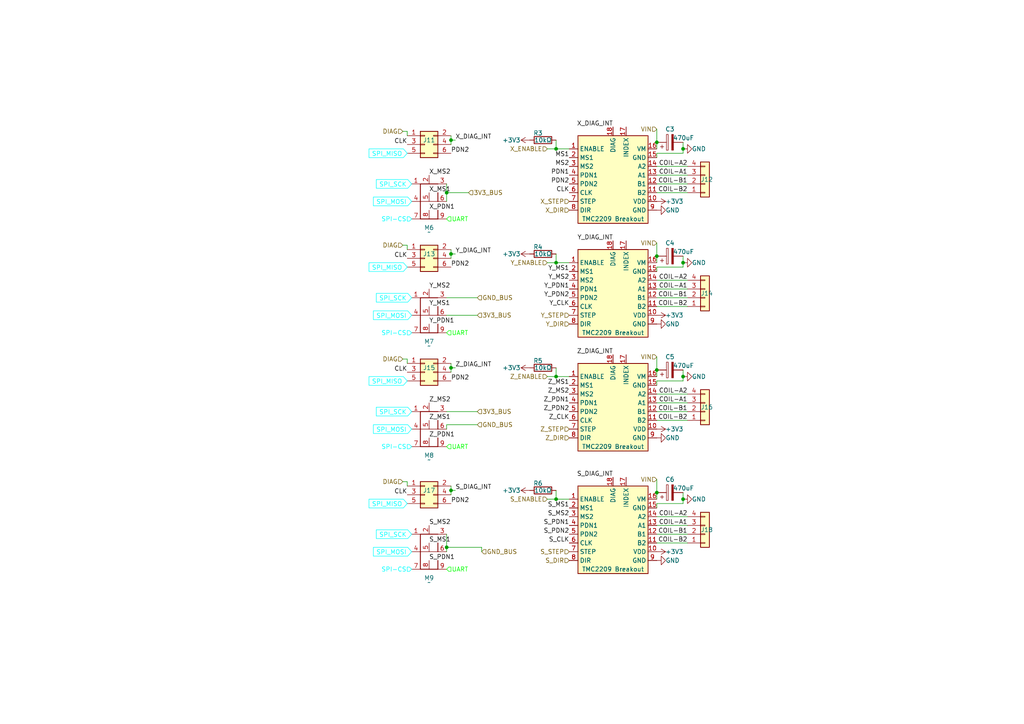
<source format=kicad_sch>
(kicad_sch (version 20250114) (generator "eeschema") (generator_version "9.0")
  (paper "A4")
  (lib_symbols
    (symbol "Connector_Generic:Conn_01x04" (pin_names (offset 1.016) (hide yes))
      (property "Reference" "J" (at 0 5.08 0))
      (property "Value" "Conn_01x04" (at 0 -7.62 0))
      (symbol "Conn_01x04_1_1"
        (rectangle (start -1.27 3.81) (end 1.27 -6.35) (stroke (width 0.254)) (fill (type background)))
        (rectangle (start -1.27 2.667) (end 0 2.413) (stroke (width 0.1524)))
        (rectangle (start -1.27 0.127) (end 0 -0.127) (stroke (width 0.1524)))
        (rectangle (start -1.27 -2.413) (end 0 -2.667) (stroke (width 0.1524)))
        (rectangle (start -1.27 -4.953) (end 0 -5.207) (stroke (width 0.1524)))
        (pin passive line (at -5.08 2.54 0) (length 3.81) (name "Pin_1") (number "1"))
        (pin passive line (at -5.08 0 0) (length 3.81) (name "Pin_2") (number "2"))
        (pin passive line (at -5.08 -2.54 0) (length 3.81) (name "Pin_3") (number "3"))
        (pin passive line (at -5.08 -5.08 0) (length 3.81) (name "Pin_4") (number "4"))
      )
    )
    (symbol "Connector_Generic:Conn_02x03_Odd_Even" (pin_names (offset 1.016) (hide yes))
      (property "Reference" "J" (at 1.27 5.08 0))
      (property "Value" "Conn_02x03_Odd_Even" (at 1.27 -5.08 0))
      (symbol "Conn_02x03_Odd_Even_1_1"
        (rectangle (start -1.27 3.81) (end 3.81 -3.81) (stroke (width 0.254)) (fill (type background)))
        (rectangle (start -1.27 2.667) (end 0 2.413) (stroke (width 0.1524)))
        (rectangle (start -1.27 0.127) (end 0 -0.127) (stroke (width 0.1524)))
        (rectangle (start -1.27 -2.413) (end 0 -2.667) (stroke (width 0.1524)))
        (rectangle (start 3.81 2.667) (end 2.54 2.413) (stroke (width 0.1524)))
        (rectangle (start 3.81 0.127) (end 2.54 -0.127) (stroke (width 0.1524)))
        (rectangle (start 3.81 -2.413) (end 2.54 -2.667) (stroke (width 0.1524)))
        (pin passive line (at -5.08 2.54 0) (length 3.81) (name "Pin_1") (number "1"))
        (pin passive line (at -5.08 0 0) (length 3.81) (name "Pin_3") (number "3"))
        (pin passive line (at -5.08 -2.54 0) (length 3.81) (name "Pin_5") (number "5"))
        (pin passive line (at 7.62 2.54 180) (length 3.81) (name "Pin_2") (number "2"))
        (pin passive line (at 7.62 0 180) (length 3.81) (name "Pin_4") (number "4"))
        (pin passive line (at 7.62 -2.54 180) (length 3.81) (name "Pin_6") (number "6"))
      )
    )
    (symbol "CustomSymbols:3x9_Pin_Connector"
      (property "Reference" "M" (at 0 0 0))
      (symbol "3x9_Pin_Connector_0_1"
        (polyline (pts (xy -2.54 6.35) (xy 2.54 6.35)))
      )
      (symbol "3x9_Pin_Connector_1_1"
        (polyline (pts (xy 2.54 6.35) (xy 2.54 8.89)) (stroke (width 0.254)))
        (polyline (pts (xy 2.54 1.27) (xy 2.54 3.81)) (stroke (width 0.254)))
        (polyline (pts (xy 2.54 1.27) (xy -2.54 1.27) (xy -2.54 11.43) (xy 2.54 11.43)) (stroke (width 0.254)))
        (pin bidirectional line (at -5.08 11.43 0) (length 2.54) (name "") (number "1"))
        (pin bidirectional line (at -5.08 6.35 0) (length 2.54) (name "") (number "4"))
        (pin bidirectional line (at -5.08 1.27 0) (length 2.54) (name "") (number "7"))
        (pin bidirectional line (at 0 13.97 270) (length 2.54) (name "") (number "2"))
        (pin bidirectional line (at 0 8.89 270) (length 2.54) (name "") (number "5"))
        (pin bidirectional line (at 0 3.81 270) (length 2.54) (name "") (number "8"))
        (pin bidirectional line (at 5.08 11.43 180) (length 2.54) (name "") (number "3"))
        (pin bidirectional line (at 5.08 6.35 180) (length 2.54) (name "") (number "6"))
        (pin bidirectional line (at 5.08 1.27 180) (length 2.54) (name "") (number "9"))
      )
    )
    (symbol "CustomSymbols:TMC2209 StepStick Breakout"
      (property "Reference" "M" (at 1.27 -3.81 0))
      (property "Value" "TMC2209 Breakout" (at 11.43 -7.62 0))
      (symbol "TMC2209 StepStick Breakout_0_1"
        (rectangle (start -7.62 16.51) (end 12.7 -8.89) (stroke (width 0.254)) (fill (type background)))
      )
      (symbol "TMC2209 StepStick Breakout_1_1"
        (pin input line (at -10.16 12.7 0) (length 2.54) (name "ENABLE") (number "1"))
        (pin input line (at -10.16 10.16 0) (length 2.54) (name "MS1") (number "2"))
        (pin input line (at -10.16 7.62 0) (length 2.54) (name "MS2") (number "3"))
        (pin output line (at -10.16 5.08 0) (length 2.54) (name "PDN1") (number "4"))
        (pin output line (at -10.16 2.54 0) (length 2.54) (name "PDN2") (number "5"))
        (pin input line (at -10.16 0 0) (length 2.54) (name "CLK") (number "6"))
        (pin input line (at -10.16 -2.54 0) (length 2.54) (name "STEP") (number "7"))
        (pin input line (at -10.16 -5.08 0) (length 2.54) (name "DIR") (number "8"))
        (pin output line (at 2.54 19.05 270) (length 2.54) (name "DIAG") (number "18"))
        (pin input line (at 6.35 19.05 270) (length 2.54) (name "INDEX") (number "17"))
        (pin input line (at 15.24 12.7 180) (length 2.54) (name "VM") (number "16"))
        (pin input line (at 15.24 10.16 180) (length 2.54) (name "GND") (number "15"))
        (pin output line (at 15.24 7.62 180) (length 2.54) (name "A2") (number "14"))
        (pin output line (at 15.24 5.08 180) (length 2.54) (name "A1") (number "13"))
        (pin output line (at 15.24 2.54 180) (length 2.54) (name "B1") (number "12"))
        (pin output line (at 15.24 0 180) (length 2.54) (name "B2") (number "11"))
        (pin input line (at 15.24 -2.54 180) (length 2.54) (name "VDD") (number "10"))
        (pin input line (at 15.24 -5.08 180) (length 2.54) (name "GND") (number "9"))
      )
    )
    (symbol "Device:C_Polarized" (pin_numbers (hide yes)) (pin_names (offset 0.254))
      (property "Reference" "C" (at 0.635 2.54 0))
      (property "Value" "C_Polarized" (at 0.635 -2.54 0))
      (symbol "C_Polarized_0_1"
        (rectangle (start -2.286 0.508) (end 2.286 1.016))
        (polyline (pts (xy -1.778 2.286) (xy -0.762 2.286)))
        (polyline (pts (xy -1.27 2.794) (xy -1.27 1.778)))
        (rectangle (start 2.286 -0.508) (end -2.286 -1.016) (fill (type outline)))
      )
      (symbol "C_Polarized_1_1"
        (pin passive line (at 0 3.81 270) (length 2.794) (name "~") (number "1"))
        (pin passive line (at 0 -3.81 90) (length 2.794) (name "~") (number "2"))
      )
    )
    (symbol "Device:R" (pin_numbers (hide yes)) (pin_names (offset 0))
      (property "Reference" "R" (at 2.032 0 90))
      (property "Value" "R" (at 0 0 90))
      (symbol "R_0_1"
        (rectangle (start -1.016 -2.54) (end 1.016 2.54) (stroke (width 0.254)))
      )
      (symbol "R_1_1"
        (pin passive line (at 0 3.81 270) (length 1.27) (name "~") (number "1"))
        (pin passive line (at 0 -3.81 90) (length 1.27) (name "~") (number "2"))
      )
    )
    (symbol "power:+3V3" (power) (pin_names (offset 0))
      (property "Value" "+3V3" (at 0 3.556 0))
      (symbol "+3V3_0_1"
        (polyline (pts (xy -0.762 1.27) (xy 0 2.54)))
        (polyline (pts (xy 0 2.54) (xy 0.762 1.27)))
        (polyline (pts (xy 0 0) (xy 0 2.54)))
      )
      (symbol "+3V3_1_1"
        (pin power_in line (at 0 0 90) (length 0) (hide yes) (name "+3V3") (number "1"))
      )
    )
    (symbol "power:GND" (power) (pin_names (offset 0))
      (property "Value" "GND" (at 0 -3.81 0))
      (symbol "GND_0_1"
        (polyline (pts (xy 0 0) (xy 0 -1.27) (xy 1.27 -1.27) (xy 0 -2.54) (xy -1.27 -1.27) (xy 0 -1.27)))
      )
      (symbol "GND_1_1"
        (pin power_in line (at 0 0 270) (length 0) (hide yes) (name "GND") (number "1"))
      )
    )
  )
  (junction (at 129.54 158.75))
  (junction (at 130.81 40.64))
  (junction (at 161.29 109.22))
  (junction (at 198.12 43.18))
  (junction (at 130.81 73.66))
  (junction (at 190.5 107.315))
  (junction (at 198.12 144.78))
  (junction (at 161.29 144.78))
  (junction (at 190.5 142.875))
  (junction (at 198.12 109.22))
  (junction (at 190.5 41.275))
  (junction (at 198.12 76.2))
  (junction (at 190.5 74.295))
  (junction (at 161.29 43.18))
  (junction (at 129.54 55.88))
  (junction (at 130.81 142.24))
  (junction (at 130.81 106.68))
  (junction (at 161.29 76.2))
  (wire (pts (xy 130.81 39.37) (xy 130.81 40.64)))
  (wire (pts (xy 118.11 104.14) (xy 118.11 105.41)))
  (wire (pts (xy 130.81 140.97) (xy 130.81 142.24)))
  (wire (pts (xy 158.75 43.18) (xy 161.29 43.18)))
  (wire (pts (xy 129.54 154.94) (xy 129.54 158.75)))
  (wire (pts (xy 198.12 109.22) (xy 198.12 110.49)))
  (wire (pts (xy 161.29 73.66) (xy 161.29 76.2)))
  (wire (pts (xy 190.5 103.505) (xy 190.5 107.315)))
  (wire (pts (xy 161.29 106.68) (xy 161.29 109.22)))
  (wire (pts (xy 190.5 149.86) (xy 199.39 149.86)))
  (wire (pts (xy 198.12 107.315) (xy 198.12 109.22)))
  (wire (pts (xy 161.29 43.18) (xy 165.1 43.18)))
  (wire (pts (xy 190.5 55.88) (xy 199.39 55.88)))
  (wire (pts (xy 158.75 109.22) (xy 161.29 109.22)))
  (wire (pts (xy 130.81 105.41) (xy 130.81 106.68)))
  (wire (pts (xy 129.54 55.88) (xy 129.54 58.42)))
  (wire (pts (xy 190.5 70.485) (xy 190.5 74.295)))
  (wire (pts (xy 198.12 144.78) (xy 198.12 146.05)))
  (wire (pts (xy 190.5 48.26) (xy 199.39 48.26)))
  (wire (pts (xy 129.54 86.36) (xy 138.43 86.36)))
  (wire (pts (xy 118.11 139.7) (xy 118.11 140.97)))
  (wire (pts (xy 198.12 74.295) (xy 198.12 76.2)))
  (wire (pts (xy 190.5 37.465) (xy 190.5 41.275)))
  (wire (pts (xy 132.08 142.24) (xy 130.81 142.24)))
  (wire (pts (xy 190.5 77.47) (xy 190.5 78.74)))
  (wire (pts (xy 190.5 152.4) (xy 199.39 152.4)))
  (wire (pts (xy 129.54 119.38) (xy 138.43 119.38)))
  (wire (pts (xy 198.12 43.18) (xy 198.12 44.45)))
  (wire (pts (xy 190.5 44.45) (xy 190.5 45.72)))
  (wire (pts (xy 198.12 142.875) (xy 198.12 144.78)))
  (wire (pts (xy 190.5 74.295) (xy 190.5 76.2)))
  (wire (pts (xy 198.12 77.47) (xy 190.5 77.47)))
  (wire (pts (xy 116.84 71.12) (xy 118.11 71.12)))
  (wire (pts (xy 116.84 38.1) (xy 118.11 38.1)))
  (wire (pts (xy 190.5 41.275) (xy 190.5 43.18)))
  (wire (pts (xy 198.12 110.49) (xy 190.5 110.49)))
  (wire (pts (xy 118.11 71.12) (xy 118.11 72.39)))
  (wire (pts (xy 129.54 158.75) (xy 129.54 160.02)))
  (wire (pts (xy 190.5 53.34) (xy 199.39 53.34)))
  (wire (pts (xy 118.11 38.1) (xy 118.11 39.37)))
  (wire (pts (xy 190.5 83.82) (xy 199.39 83.82)))
  (wire (pts (xy 116.84 139.7) (xy 118.11 139.7)))
  (wire (pts (xy 130.81 142.24) (xy 130.81 143.51)))
  (wire (pts (xy 190.5 86.36) (xy 199.39 86.36)))
  (wire (pts (xy 116.84 104.14) (xy 118.11 104.14)))
  (wire (pts (xy 158.75 144.78) (xy 161.29 144.78)))
  (wire (pts (xy 130.81 40.64) (xy 130.81 41.91)))
  (wire (pts (xy 198.12 44.45) (xy 190.5 44.45)))
  (wire (pts (xy 198.12 76.2) (xy 198.12 77.47)))
  (wire (pts (xy 190.5 81.28) (xy 199.39 81.28)))
  (wire (pts (xy 132.08 106.68) (xy 130.81 106.68)))
  (wire (pts (xy 190.5 121.92) (xy 199.39 121.92)))
  (wire (pts (xy 129.54 123.19) (xy 129.54 124.46)))
  (wire (pts (xy 161.29 144.78) (xy 165.1 144.78)))
  (wire (pts (xy 190.5 88.9) (xy 199.39 88.9)))
  (wire (pts (xy 129.54 91.44) (xy 138.43 91.44)))
  (wire (pts (xy 129.54 53.34) (xy 129.54 55.88)))
  (wire (pts (xy 190.5 114.3) (xy 199.39 114.3)))
  (wire (pts (xy 161.29 109.22) (xy 165.1 109.22)))
  (wire (pts (xy 161.29 40.64) (xy 161.29 43.18)))
  (wire (pts (xy 198.12 41.275) (xy 198.12 43.18)))
  (wire (pts (xy 138.43 123.19) (xy 129.54 123.19)))
  (wire (pts (xy 158.75 76.2) (xy 161.29 76.2)))
  (wire (pts (xy 190.5 146.05) (xy 190.5 147.32)))
  (wire (pts (xy 139.7 158.75) (xy 139.7 160.02)))
  (wire (pts (xy 190.5 154.94) (xy 199.39 154.94)))
  (wire (pts (xy 190.5 157.48) (xy 199.39 157.48)))
  (wire (pts (xy 190.5 116.84) (xy 199.39 116.84)))
  (wire (pts (xy 130.81 106.68) (xy 130.81 107.95)))
  (wire (pts (xy 190.5 50.8) (xy 199.39 50.8)))
  (wire (pts (xy 190.5 142.875) (xy 190.5 144.78)))
  (wire (pts (xy 132.08 40.64) (xy 130.81 40.64)))
  (wire (pts (xy 161.29 76.2) (xy 165.1 76.2)))
  (wire (pts (xy 198.12 146.05) (xy 190.5 146.05)))
  (wire (pts (xy 161.29 142.24) (xy 161.29 144.78)))
  (wire (pts (xy 130.81 73.66) (xy 130.81 74.93)))
  (wire (pts (xy 135.89 55.88) (xy 129.54 55.88)))
  (wire (pts (xy 190.5 107.315) (xy 190.5 109.22)))
  (wire (pts (xy 130.81 72.39) (xy 130.81 73.66)))
  (wire (pts (xy 132.08 73.66) (xy 130.81 73.66)))
  (wire (pts (xy 190.5 110.49) (xy 190.5 111.76)))
  (wire (pts (xy 129.54 158.75) (xy 139.7 158.75)))
  (wire (pts (xy 190.5 139.065) (xy 190.5 142.875)))
  (wire (pts (xy 190.5 119.38) (xy 199.39 119.38)))
  (label "Y_PDN1" (at 124.46 93.98 0))
  (label "CLK" (at 118.11 74.93 180))
  (label "COIL-B2" (at 199.39 121.92 180))
  (label "COIL-A2" (at 199.39 149.86 180))
  (label "PDN2" (at 130.81 110.49 0))
  (label "COIL-B2" (at 199.39 88.9 180))
  (label "X_DIAG_INT" (at 177.8 36.83 180))
  (label "CLK" (at 165.1 55.88 180))
  (label "COIL-A2" (at 199.39 114.3 180))
  (label "Z_PDN1" (at 124.46 127 0))
  (label "X_MS2" (at 124.46 50.8 0))
  (label "Y_DIAG_INT" (at 177.8 69.85 180))
  (label "CLK" (at 118.11 41.91 180))
  (label "Y_MS1" (at 165.1 78.74 180))
  (label "Y_PDN1" (at 165.1 83.82 180))
  (label "COIL-A2" (at 199.39 48.26 180))
  (label "PDN2" (at 130.81 77.47 0))
  (label "S_DIAG_INT" (at 177.8 138.43 180))
  (label "Z_CLK" (at 165.1 121.92 180))
  (label "COIL-B1" (at 199.39 119.38 180))
  (label "Y_PDN2" (at 165.1 86.36 180))
  (label "Z_PDN1" (at 165.1 116.84 180))
  (label "PDN1" (at 165.1 50.8 180))
  (label "Z_MS1" (at 165.1 111.76 180))
  (label "PDN2" (at 165.1 53.34 180))
  (label "S_MS1" (at 165.1 147.32 180))
  (label "COIL-B1" (at 199.39 154.94 180))
  (label "X_PDN1" (at 124.46 60.96 0))
  (label "Z_MS1" (at 124.46 121.92 0))
  (label "S_MS1" (at 124.46 157.48 0))
  (label "COIL-A1" (at 199.39 152.4 180))
  (label "X_DIAG_INT" (at 132.08 40.64 0))
  (label "CLK" (at 118.11 107.95 180))
  (label "Z_DIAG_INT" (at 177.8 102.87 180))
  (label "MS1" (at 165.1 45.72 180))
  (label "Z_MS2" (at 124.46 116.84 0))
  (label "COIL-A1" (at 199.39 83.82 180))
  (label "S_MS2" (at 124.46 152.4 0))
  (label "Z_PDN2" (at 165.1 119.38 180))
  (label "S_CLK" (at 165.1 157.48 180))
  (label "COIL-A2" (at 199.39 81.28 180))
  (label "X_MS1" (at 124.46 55.88 0))
  (label "COIL-B2" (at 199.39 157.48 180))
  (label "CLK" (at 118.11 143.51 180))
  (label "S_PDN1" (at 165.1 152.4 180))
  (label "Y_MS2" (at 165.1 81.28 180))
  (label "S_MS2" (at 165.1 149.86 180))
  (label "S_PDN1" (at 124.46 162.56 0))
  (label "Y_DIAG_INT" (at 132.08 73.66 0))
  (label "Y_MS2" (at 124.46 83.82 0))
  (label "Y_CLK" (at 165.1 88.9 180))
  (label "COIL-B1" (at 199.39 86.36 180))
  (label "COIL-B1" (at 199.39 53.34 180))
  (label "COIL-B2" (at 199.39 55.88 180))
  (label "MS2" (at 165.1 48.26 180))
  (label "S_PDN2" (at 165.1 154.94 180))
  (label "PDN2" (at 130.81 146.05 0))
  (label "S_DIAG_INT" (at 132.08 142.24 0))
  (label "Y_MS1" (at 124.46 88.9 0))
  (label "COIL-A1" (at 199.39 116.84 180))
  (label "Z_MS2" (at 165.1 114.3 180))
  (label "COIL-A1" (at 199.39 50.8 180))
  (label "Z_DIAG_INT" (at 132.08 106.68 0))
  (label "PDN2" (at 130.81 44.45 0))
  (global_label "SPI_MISO" (shape input) (at 118.11 110.49 180) (property "Intersheetrefs" "${INTERSHEET_REFS}" (effects (hide yes))))
  (global_label "SPI_SCK" (shape input) (at 119.38 119.38 180) (property "Intersheetrefs" "${INTERSHEET_REFS}" (effects (hide yes))))
  (global_label "SPI_SCK" (shape input) (at 119.38 154.94 180) (property "Intersheetrefs" "${INTERSHEET_REFS}" (effects (hide yes))))
  (global_label "SPI_SCK" (shape input) (at 119.38 86.36 180) (property "Intersheetrefs" "${INTERSHEET_REFS}" (effects (hide yes))))
  (global_label "SPI_MISO" (shape input) (at 118.11 77.47 180) (property "Intersheetrefs" "${INTERSHEET_REFS}" (effects (hide yes))))
  (global_label "SPI_MOSI" (shape input) (at 119.38 160.02 180) (property "Intersheetrefs" "${INTERSHEET_REFS}" (effects (hide yes))))
  (global_label "SPI_MISO" (shape input) (at 118.11 146.05 180) (property "Intersheetrefs" "${INTERSHEET_REFS}" (effects (hide yes))))
  (global_label "SPI_MISO" (shape input) (at 118.11 44.45 180) (property "Intersheetrefs" "${INTERSHEET_REFS}" (effects (hide yes))))
  (global_label "SPI_MOSI" (shape input) (at 119.38 91.44 180) (property "Intersheetrefs" "${INTERSHEET_REFS}" (effects (hide yes))))
  (global_label "SPI_SCK" (shape input) (at 119.38 53.34 180) (property "Intersheetrefs" "${INTERSHEET_REFS}" (effects (hide yes))))
  (global_label "SPI_MOSI" (shape input) (at 119.38 58.42 180) (property "Intersheetrefs" "${INTERSHEET_REFS}" (effects (hide yes))))
  (global_label "SPI_MOSI" (shape input) (at 119.38 124.46 180) (property "Intersheetrefs" "${INTERSHEET_REFS}" (effects (hide yes))))
  (hierarchical_label "DIAG" (shape input) (at 116.84 139.7 180))
  (hierarchical_label "GND_BUS" (shape input) (at 139.7 160.02 0))
  (hierarchical_label "Z_STEP" (shape input) (at 165.1 124.46 180))
  (hierarchical_label "Y_ENABLE" (shape input) (at 158.75 76.2 180))
  (hierarchical_label "X_DIR" (shape input) (at 165.1 60.96 180))
  (hierarchical_label "3V3_BUS" (shape input) (at 138.43 91.44 0))
  (hierarchical_label "X_STEP" (shape input) (at 165.1 58.42 180))
  (hierarchical_label "S_STEP" (shape input) (at 165.1 160.02 180))
  (hierarchical_label "3V3_BUS" (shape input) (at 138.43 119.38 0))
  (hierarchical_label "Y_DIR" (shape input) (at 165.1 93.98 180))
  (hierarchical_label "VIN" (shape input) (at 190.5 37.465 180))
  (hierarchical_label "VIN" (shape input) (at 190.5 103.505 180))
  (hierarchical_label "Z_ENABLE" (shape input) (at 158.75 109.22 180))
  (hierarchical_label "SPI-CS" (shape input) (at 119.38 165.1 180))
  (hierarchical_label "DIAG" (shape input) (at 116.84 104.14 180))
  (hierarchical_label "3V3_BUS" (shape input) (at 135.89 55.88 0))
  (hierarchical_label "GND_BUS" (shape input) (at 138.43 86.36 0))
  (hierarchical_label "Z_DIR" (shape input) (at 165.1 127 180))
  (hierarchical_label "GND_BUS" (shape input) (at 138.43 123.19 0))
  (hierarchical_label "S_ENABLE" (shape input) (at 158.75 144.78 180))
  (hierarchical_label "UART" (shape input) (at 129.54 96.52 0))
  (hierarchical_label "SPI-CS" (shape input) (at 119.38 96.52 180))
  (hierarchical_label "SPI-CS" (shape input) (at 119.38 129.54 180))
  (hierarchical_label "UART" (shape input) (at 129.54 63.5 0))
  (hierarchical_label "SPI-CS" (shape input) (at 119.38 63.5 180))
  (hierarchical_label "Y_STEP" (shape input) (at 165.1 91.44 180))
  (hierarchical_label "VIN" (shape input) (at 190.5 70.485 180))
  (hierarchical_label "UART" (shape input) (at 129.54 129.54 0))
  (hierarchical_label "X_ENABLE" (shape input) (at 158.75 43.18 180))
  (hierarchical_label "VIN" (shape input) (at 190.5 139.065 180))
  (hierarchical_label "DIAG" (shape input) (at 116.84 71.12 180))
  (hierarchical_label "UART" (shape input) (at 129.54 165.1 0))
  (hierarchical_label "DIAG" (shape input) (at 116.84 38.1 180))
  (hierarchical_label "S_DIR" (shape input) (at 165.1 162.56 180))
  (symbol (lib_id "power:+3V3") (at 190.5 160.02 270) (unit 1)
    (property "Reference" "#PWR017" (effects (hide yes)))
    (property "Value" "+3V3" (at 195.58 160.02 90))
  )
  (symbol (lib_id "power:+3V3") (at 153.67 142.24 90) (unit 1)
    (property "Reference" "#PWR016" (effects (hide yes)))
    (property "Value" "+3V3" (at 148.336 142.24 90))
  )
  (symbol (lib_id "Device:R") (at 157.48 142.24 270) (unit 1)
    (property "Reference" "R6" (at 154.686 140.208 90) (effects (justify left)))
    (property "Value" "10kΩ" (at 154.94 142.24 90) (effects (justify left)))
    (property "Footprint" "Resistor_THT:R_Axial_DIN0207_L6.3mm_D2.5mm_P10.16mm_Horizontal" (effects (hide yes)))
  )
  (symbol (lib_id "CustomSymbols:TMC2209 StepStick Breakout") (at 175.26 121.92 0) (unit 1)
    (property "Reference" "M4" (effects (hide yes)))
    (property "Value" "TMC2209 Breakout" (at 177.8 129.54 0))
    (property "Footprint" "TMC2209:MODULE_TMC2209_SILENTSTEPSTICK" (effects (hide yes)))
  )
  (symbol (lib_id "CustomSymbols:TMC2209 StepStick Breakout") (at 175.26 157.48 0) (unit 1)
    (property "Reference" "M5" (effects (hide yes)))
    (property "Value" "TMC2209 Breakout" (at 177.8 165.1 0))
    (property "Footprint" "TMC2209:MODULE_TMC2209_SILENTSTEPSTICK" (effects (hide yes)))
  )
  (symbol (lib_id "power:GND") (at 190.5 93.98 90) (unit 1)
    (property "Reference" "#PWR012" (effects (hide yes)))
    (property "Value" "GND" (at 195.072 93.98 90))
  )
  (symbol (lib_id "Device:R") (at 157.48 40.64 270) (unit 1)
    (property "Reference" "R3" (at 154.686 38.608 90) (effects (justify left)))
    (property "Value" "10kΩ" (at 154.94 40.64 90) (effects (justify left)))
    (property "Footprint" "Resistor_THT:R_Axial_DIN0207_L6.3mm_D2.5mm_P10.16mm_Horizontal" (effects (hide yes)))
  )
  (symbol (lib_id "Connector_Generic:Conn_01x04") (at 204.47 53.34 0) (mirror x) (unit 1)
    (property "Reference" "J12" (at 203.2 52.07 0) (effects (justify left)))
    (property "Value" "Conn_01x04" (effects (hide yes)))
    (property "Footprint" "CustomFootprints:Combo JST-XH & MF3 01x04" (effects (hide yes)))
  )
  (symbol (lib_id "Connector_Generic:Conn_01x04") (at 204.47 154.94 0) (mirror x) (unit 1)
    (property "Reference" "J18" (at 203.2 153.67 0) (effects (justify left)))
    (property "Value" "Conn_01x04" (effects (hide yes)))
    (property "Footprint" "CustomFootprints:Combo JST-XH & MF3 01x04" (effects (hide yes)))
  )
  (symbol (lib_id "power:GND") (at 190.5 60.96 90) (unit 1)
    (property "Reference" "#PWR011" (effects (hide yes)))
    (property "Value" "GND" (at 195.072 60.96 90))
  )
  (symbol (lib_id "power:GND") (at 190.5 162.56 90) (unit 1)
    (property "Reference" "#PWR018" (effects (hide yes)))
    (property "Value" "GND" (at 195.072 162.56 90))
  )
  (symbol (lib_id "CustomSymbols:3x9_Pin_Connector") (at 124.46 97.79 0) (unit 1)
    (property "Reference" "M7" (at 124.46 99.06 0))
    (property "Value" "~" (at 124.46 100.33 0))
    (property "Footprint" "CustomFootprints:PinHeader 3x03 P2.54mm" (effects (hide yes)))
  )
  (symbol (lib_id "Device:C_Polarized") (at 194.31 74.295 90) (unit 1)
    (property "Reference" "C4" (at 194.31 70.485 90))
    (property "Value" "470uF" (at 201.295 73.025 90) (effects (justify left)))
    (property "Footprint" "CustomFootprints:Cap ~ 12.5, 2.5mm-7.5mm pitch" (effects (hide yes)))
  )
  (symbol (lib_id "power:GND") (at 198.12 43.18 90) (unit 1)
    (property "Reference" "#PWR022" (effects (hide yes)))
    (property "Value" "GND" (at 200.66 43.18 90) (effects (justify right)))
  )
  (symbol (lib_id "power:GND") (at 198.12 109.22 90) (unit 1)
    (property "Reference" "#PWR024" (effects (hide yes)))
    (property "Value" "GND" (at 200.66 109.22 90) (effects (justify right)))
  )
  (symbol (lib_id "Device:C_Polarized") (at 194.31 41.275 90) (unit 1)
    (property "Reference" "C3" (at 194.31 37.465 90))
    (property "Value" "470uF" (at 201.295 40.005 90) (effects (justify left)))
    (property "Footprint" "CustomFootprints:Cap ~ 12.5, 2.5mm-7.5mm pitch" (effects (hide yes)))
  )
  (symbol (lib_id "power:GND") (at 190.5 127 90) (unit 1)
    (property "Reference" "#PWR015" (effects (hide yes)))
    (property "Value" "GND" (at 195.072 127 90))
  )
  (symbol (lib_id "Connector_Generic:Conn_01x04") (at 204.47 119.38 0) (mirror x) (unit 1)
    (property "Reference" "J16" (at 203.2 118.11 0) (effects (justify left)))
    (property "Value" "Conn_01x04" (effects (hide yes)))
    (property "Footprint" "CustomFootprints:Combo JST-XH & MF3 01x04" (effects (hide yes)))
  )
  (symbol (lib_id "power:+3V3") (at 153.67 106.68 90) (unit 1)
    (property "Reference" "#PWR013" (effects (hide yes)))
    (property "Value" "+3V3" (at 148.336 106.68 90))
  )
  (symbol (lib_id "CustomSymbols:TMC2209 StepStick Breakout") (at 175.26 55.88 0) (unit 1)
    (property "Reference" "M2" (effects (hide yes)))
    (property "Value" "TMC2209 Breakout" (at 177.8 63.5 0))
    (property "Footprint" "TMC2209:MODULE_TMC2209_SILENTSTEPSTICK" (effects (hide yes)))
  )
  (symbol (lib_id "Device:C_Polarized") (at 194.31 107.315 90) (unit 1)
    (property "Reference" "C5" (at 194.31 103.505 90))
    (property "Value" "470uF" (at 201.295 106.045 90) (effects (justify left)))
    (property "Footprint" "CustomFootprints:Cap ~ 12.5, 2.5mm-7.5mm pitch" (effects (hide yes)))
  )
  (symbol (lib_id "power:+3V3") (at 190.5 124.46 270) (unit 1)
    (property "Reference" "#PWR014" (effects (hide yes)))
    (property "Value" "+3V3" (at 195.58 124.46 90))
  )
  (symbol (lib_id "Connector_Generic:Conn_02x03_Odd_Even") (at 123.19 143.51 0) (unit 1)
    (property "Reference" "J17" (at 124.46 142.24 0))
    (property "Value" "Conn_02x03_Odd_Even" (effects (hide yes)))
    (property "Footprint" "Connector_PinSocket_2.54mm:PinSocket_2x03_P2.54mm_Vertical" (effects (hide yes)))
    (property "Description" "Generic connector, double row, 02x03, odd/even pin numbering scheme (row 1 odd numbers, row 2 even numbers), script generated (kicad-library-utils/schlib/autogen/connector/)" (effects (hide yes)))
  )
  (symbol (lib_id "power:GND") (at 198.12 144.78 90) (unit 1)
    (property "Reference" "#PWR025" (effects (hide yes)))
    (property "Value" "GND" (at 200.66 144.78 90) (effects (justify right)))
  )
  (symbol (lib_id "CustomSymbols:3x9_Pin_Connector") (at 124.46 130.81 0) (unit 1)
    (property "Reference" "M8" (at 124.46 132.08 0))
    (property "Value" "~" (at 124.46 133.35 0))
    (property "Footprint" "CustomFootprints:PinHeader 3x03 P2.54mm" (effects (hide yes)))
  )
  (symbol (lib_id "CustomSymbols:TMC2209 StepStick Breakout") (at 175.26 88.9 0) (unit 1)
    (property "Reference" "M3" (effects (hide yes)))
    (property "Value" "TMC2209 Breakout" (at 177.8 96.52 0))
    (property "Footprint" "TMC2209:MODULE_TMC2209_SILENTSTEPSTICK" (effects (hide yes)))
  )
  (symbol (lib_id "Connector_Generic:Conn_01x04") (at 204.47 86.36 0) (mirror x) (unit 1)
    (property "Reference" "J14" (at 203.2 85.09 0) (effects (justify left)))
    (property "Value" "Conn_01x04" (effects (hide yes)))
    (property "Footprint" "CustomFootprints:Combo JST-XH & MF3 01x04" (effects (hide yes)))
  )
  (symbol (lib_id "Connector_Generic:Conn_02x03_Odd_Even") (at 123.19 107.95 0) (unit 1)
    (property "Reference" "J15" (at 124.46 106.68 0))
    (property "Value" "Conn_02x03_Odd_Even" (effects (hide yes)))
    (property "Footprint" "Connector_PinSocket_2.54mm:PinSocket_2x03_P2.54mm_Vertical" (effects (hide yes)))
    (property "Description" "Generic connector, double row, 02x03, odd/even pin numbering scheme (row 1 odd numbers, row 2 even numbers), script generated (kicad-library-utils/schlib/autogen/connector/)" (effects (hide yes)))
  )
  (symbol (lib_id "power:+3V3") (at 190.5 91.44 270) (unit 1)
    (property "Reference" "#PWR010" (effects (hide yes)))
    (property "Value" "+3V3" (at 195.58 91.44 90))
  )
  (symbol (lib_id "Connector_Generic:Conn_02x03_Odd_Even") (at 123.19 74.93 0) (unit 1)
    (property "Reference" "J13" (at 124.46 73.66 0))
    (property "Value" "Conn_02x03_Odd_Even" (effects (hide yes)))
    (property "Footprint" "Connector_PinSocket_2.54mm:PinSocket_2x03_P2.54mm_Vertical" (effects (hide yes)))
    (property "Description" "Generic connector, double row, 02x03, odd/even pin numbering scheme (row 1 odd numbers, row 2 even numbers), script generated (kicad-library-utils/schlib/autogen/connector/)" (effects (hide yes)))
  )
  (symbol (lib_id "Device:R") (at 157.48 73.66 270) (unit 1)
    (property "Reference" "R4" (at 154.686 71.628 90) (effects (justify left)))
    (property "Value" "10kΩ" (at 154.94 73.66 90) (effects (justify left)))
    (property "Footprint" "Resistor_THT:R_Axial_DIN0207_L6.3mm_D2.5mm_P10.16mm_Horizontal" (effects (hide yes)))
  )
  (symbol (lib_id "power:+3V3") (at 153.67 73.66 90) (unit 1)
    (property "Reference" "#PWR09" (effects (hide yes)))
    (property "Value" "+3V3" (at 148.336 73.66 90))
  )
  (symbol (lib_id "Device:R") (at 157.48 106.68 270) (unit 1)
    (property "Reference" "R5" (at 154.686 104.648 90) (effects (justify left)))
    (property "Value" "10kΩ" (at 154.94 106.68 90) (effects (justify left)))
    (property "Footprint" "Resistor_THT:R_Axial_DIN0207_L6.3mm_D2.5mm_P10.16mm_Horizontal" (effects (hide yes)))
  )
  (symbol (lib_id "power:GND") (at 198.12 76.2 90) (unit 1)
    (property "Reference" "#PWR023" (effects (hide yes)))
    (property "Value" "GND" (at 200.66 76.2 90) (effects (justify right)))
  )
  (symbol (lib_id "power:+3V3") (at 153.67 40.64 90) (unit 1)
    (property "Reference" "#PWR07" (effects (hide yes)))
    (property "Value" "+3V3" (at 148.336 40.64 90))
  )
  (symbol (lib_id "CustomSymbols:3x9_Pin_Connector") (at 124.46 64.77 0) (unit 1)
    (property "Reference" "M6" (at 124.46 66.04 0))
    (property "Value" "~" (at 124.46 67.31 0))
    (property "Footprint" "CustomFootprints:PinHeader 3x03 P2.54mm" (effects (hide yes)))
  )
  (symbol (lib_id "Connector_Generic:Conn_02x03_Odd_Even") (at 123.19 41.91 0) (unit 1)
    (property "Reference" "J11" (at 124.46 40.64 0))
    (property "Value" "Conn_02x03_Odd_Even" (effects (hide yes)))
    (property "Footprint" "Connector_PinHeader_2.54mm:PinHeader_2x03_P2.54mm_Vertical" (effects (hide yes)))
    (property "Description" "Generic connector, double row, 02x03, odd/even pin numbering scheme (row 1 odd numbers, row 2 even numbers), script generated (kicad-library-utils/schlib/autogen/connector/)" (effects (hide yes)))
  )
  (symbol (lib_id "power:+3V3") (at 190.5 58.42 270) (unit 1)
    (property "Reference" "#PWR08" (effects (hide yes)))
    (property "Value" "+3V3" (at 195.58 58.42 90))
  )
  (symbol (lib_id "Device:C_Polarized") (at 194.31 142.875 90) (unit 1)
    (property "Reference" "C6" (at 194.31 139.065 90))
    (property "Value" "470uF" (at 201.295 141.605 90) (effects (justify left)))
    (property "Footprint" "CustomFootprints:Cap ~ 12.5, 2.5mm-7.5mm pitch" (effects (hide yes)))
  )
  (symbol (lib_id "CustomSymbols:3x9_Pin_Connector") (at 124.46 166.37 0) (unit 1)
    (property "Reference" "M9" (at 124.46 167.64 0))
    (property "Value" "~" (at 124.46 168.91 0))
    (property "Footprint" "CustomFootprints:PinHeader 3x03 P2.54mm" (effects (hide yes)))
  )
)
</source>
